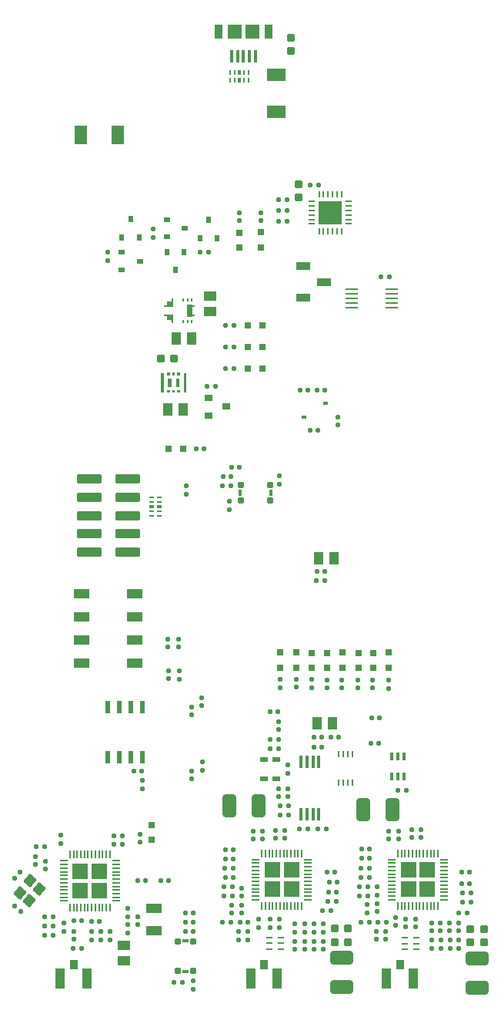
<source format=gtp>
G04*
G04 #@! TF.GenerationSoftware,Altium Limited,Altium Designer,20.1.11 (218)*
G04*
G04 Layer_Color=39423*
%FSLAX24Y24*%
%MOIN*%
G70*
G04*
G04 #@! TF.SameCoordinates,522EB564-B50E-41CF-8AB2-68DE8166EB9C*
G04*
G04*
G04 #@! TF.FilePolarity,Positive*
G04*
G01*
G75*
%ADD29R,0.0222X0.0142*%
%ADD30R,0.0142X0.0222*%
%ADD31R,0.0344X0.0610*%
%ADD32R,0.0689X0.0689*%
%ADD33R,0.0079X0.0118*%
G04:AMPARAMS|DCode=34|XSize=41.3mil|YSize=45.3mil|CornerRadius=3.3mil|HoleSize=0mil|Usage=FLASHONLY|Rotation=320.000|XOffset=0mil|YOffset=0mil|HoleType=Round|Shape=RoundedRectangle|*
%AMROUNDEDRECTD34*
21,1,0.0413,0.0386,0,0,320.0*
21,1,0.0346,0.0453,0,0,320.0*
1,1,0.0067,0.0009,-0.0259*
1,1,0.0067,-0.0257,-0.0036*
1,1,0.0067,-0.0009,0.0259*
1,1,0.0067,0.0257,0.0036*
%
%ADD34ROUNDEDRECTD34*%
G04:AMPARAMS|DCode=35|XSize=20mil|YSize=20mil|CornerRadius=6mil|HoleSize=0mil|Usage=FLASHONLY|Rotation=180.000|XOffset=0mil|YOffset=0mil|HoleType=Round|Shape=RoundedRectangle|*
%AMROUNDEDRECTD35*
21,1,0.0200,0.0080,0,0,180.0*
21,1,0.0080,0.0200,0,0,180.0*
1,1,0.0120,-0.0040,0.0040*
1,1,0.0120,0.0040,0.0040*
1,1,0.0120,0.0040,-0.0040*
1,1,0.0120,-0.0040,-0.0040*
%
%ADD35ROUNDEDRECTD35*%
G04:AMPARAMS|DCode=36|XSize=7.9mil|YSize=22.2mil|CornerRadius=1.2mil|HoleSize=0mil|Usage=FLASHONLY|Rotation=90.000|XOffset=0mil|YOffset=0mil|HoleType=Round|Shape=RoundedRectangle|*
%AMROUNDEDRECTD36*
21,1,0.0079,0.0199,0,0,90.0*
21,1,0.0055,0.0222,0,0,90.0*
1,1,0.0024,0.0099,0.0028*
1,1,0.0024,0.0099,-0.0028*
1,1,0.0024,-0.0099,-0.0028*
1,1,0.0024,-0.0099,0.0028*
%
%ADD36ROUNDEDRECTD36*%
G04:AMPARAMS|DCode=37|XSize=20mil|YSize=20mil|CornerRadius=6mil|HoleSize=0mil|Usage=FLASHONLY|Rotation=90.000|XOffset=0mil|YOffset=0mil|HoleType=Round|Shape=RoundedRectangle|*
%AMROUNDEDRECTD37*
21,1,0.0200,0.0080,0,0,90.0*
21,1,0.0080,0.0200,0,0,90.0*
1,1,0.0120,0.0040,0.0040*
1,1,0.0120,0.0040,-0.0040*
1,1,0.0120,-0.0040,-0.0040*
1,1,0.0120,-0.0040,0.0040*
%
%ADD37ROUNDEDRECTD37*%
G04:AMPARAMS|DCode=38|XSize=7.9mil|YSize=22.2mil|CornerRadius=1.2mil|HoleSize=0mil|Usage=FLASHONLY|Rotation=0.000|XOffset=0mil|YOffset=0mil|HoleType=Round|Shape=RoundedRectangle|*
%AMROUNDEDRECTD38*
21,1,0.0079,0.0199,0,0,0.0*
21,1,0.0055,0.0222,0,0,0.0*
1,1,0.0024,0.0028,-0.0099*
1,1,0.0024,-0.0028,-0.0099*
1,1,0.0024,-0.0028,0.0099*
1,1,0.0024,0.0028,0.0099*
%
%ADD38ROUNDEDRECTD38*%
G04:AMPARAMS|DCode=39|XSize=15.7mil|YSize=53.1mil|CornerRadius=3.9mil|HoleSize=0mil|Usage=FLASHONLY|Rotation=180.000|XOffset=0mil|YOffset=0mil|HoleType=Round|Shape=RoundedRectangle|*
%AMROUNDEDRECTD39*
21,1,0.0157,0.0453,0,0,180.0*
21,1,0.0079,0.0531,0,0,180.0*
1,1,0.0079,-0.0039,0.0226*
1,1,0.0079,0.0039,0.0226*
1,1,0.0079,0.0039,-0.0226*
1,1,0.0079,-0.0039,-0.0226*
%
%ADD39ROUNDEDRECTD39*%
%ADD40R,0.0591X0.0610*%
G04:AMPARAMS|DCode=41|XSize=5.9mil|YSize=31.5mil|CornerRadius=0mil|HoleSize=0mil|Usage=FLASHONLY|Rotation=180.000|XOffset=0mil|YOffset=0mil|HoleType=Round|Shape=RoundedRectangle|*
%AMROUNDEDRECTD41*
21,1,0.0059,0.0315,0,0,180.0*
21,1,0.0059,0.0315,0,0,180.0*
1,1,0.0000,-0.0030,0.0157*
1,1,0.0000,0.0030,0.0157*
1,1,0.0000,0.0030,-0.0157*
1,1,0.0000,-0.0030,-0.0157*
%
%ADD41ROUNDEDRECTD41*%
G04:AMPARAMS|DCode=42|XSize=5.9mil|YSize=31.5mil|CornerRadius=0mil|HoleSize=0mil|Usage=FLASHONLY|Rotation=90.000|XOffset=0mil|YOffset=0mil|HoleType=Round|Shape=RoundedRectangle|*
%AMROUNDEDRECTD42*
21,1,0.0059,0.0315,0,0,90.0*
21,1,0.0059,0.0315,0,0,90.0*
1,1,0.0000,0.0157,0.0030*
1,1,0.0000,0.0157,-0.0030*
1,1,0.0000,-0.0157,-0.0030*
1,1,0.0000,-0.0157,0.0030*
%
%ADD42ROUNDEDRECTD42*%
G04:AMPARAMS|DCode=43|XSize=55mil|YSize=43mil|CornerRadius=8mil|HoleSize=0mil|Usage=FLASHONLY|Rotation=180.000|XOffset=0mil|YOffset=0mil|HoleType=Round|Shape=RoundedRectangle|*
%AMROUNDEDRECTD43*
21,1,0.0550,0.0271,0,0,180.0*
21,1,0.0391,0.0430,0,0,180.0*
1,1,0.0159,-0.0195,0.0135*
1,1,0.0159,0.0195,0.0135*
1,1,0.0159,0.0195,-0.0135*
1,1,0.0159,-0.0195,-0.0135*
%
%ADD43ROUNDEDRECTD43*%
%ADD44R,0.0390X0.0850*%
%ADD45R,0.0370X0.0390*%
G04:AMPARAMS|DCode=46|XSize=39.4mil|YSize=108.3mil|CornerRadius=3.9mil|HoleSize=0mil|Usage=FLASHONLY|Rotation=270.000|XOffset=0mil|YOffset=0mil|HoleType=Round|Shape=RoundedRectangle|*
%AMROUNDEDRECTD46*
21,1,0.0394,0.1004,0,0,270.0*
21,1,0.0315,0.1083,0,0,270.0*
1,1,0.0079,-0.0502,-0.0157*
1,1,0.0079,-0.0502,0.0157*
1,1,0.0079,0.0502,0.0157*
1,1,0.0079,0.0502,-0.0157*
%
%ADD46ROUNDEDRECTD46*%
G04:AMPARAMS|DCode=47|XSize=35.4mil|YSize=6.7mil|CornerRadius=0mil|HoleSize=0mil|Usage=FLASHONLY|Rotation=0.000|XOffset=0mil|YOffset=0mil|HoleType=Round|Shape=RoundedRectangle|*
%AMROUNDEDRECTD47*
21,1,0.0354,0.0067,0,0,0.0*
21,1,0.0354,0.0067,0,0,0.0*
1,1,0.0000,0.0177,-0.0033*
1,1,0.0000,-0.0177,-0.0033*
1,1,0.0000,-0.0177,0.0033*
1,1,0.0000,0.0177,0.0033*
%
%ADD47ROUNDEDRECTD47*%
G04:AMPARAMS|DCode=48|XSize=35.4mil|YSize=6.7mil|CornerRadius=0mil|HoleSize=0mil|Usage=FLASHONLY|Rotation=90.000|XOffset=0mil|YOffset=0mil|HoleType=Round|Shape=RoundedRectangle|*
%AMROUNDEDRECTD48*
21,1,0.0354,0.0067,0,0,90.0*
21,1,0.0354,0.0067,0,0,90.0*
1,1,0.0000,0.0033,0.0177*
1,1,0.0000,0.0033,-0.0177*
1,1,0.0000,-0.0033,-0.0177*
1,1,0.0000,-0.0033,0.0177*
%
%ADD48ROUNDEDRECTD48*%
%ADD49R,0.0089X0.0118*%
%ADD50R,0.0039X0.0118*%
G04:AMPARAMS|DCode=51|XSize=55mil|YSize=43mil|CornerRadius=8mil|HoleSize=0mil|Usage=FLASHONLY|Rotation=270.000|XOffset=0mil|YOffset=0mil|HoleType=Round|Shape=RoundedRectangle|*
%AMROUNDEDRECTD51*
21,1,0.0550,0.0271,0,0,270.0*
21,1,0.0391,0.0430,0,0,270.0*
1,1,0.0159,-0.0135,-0.0195*
1,1,0.0159,-0.0135,0.0195*
1,1,0.0159,0.0135,0.0195*
1,1,0.0159,0.0135,-0.0195*
%
%ADD51ROUNDEDRECTD51*%
G04:AMPARAMS|DCode=52|XSize=38.2mil|YSize=68.1mil|CornerRadius=3mil|HoleSize=0mil|Usage=FLASHONLY|Rotation=270.000|XOffset=0mil|YOffset=0mil|HoleType=Round|Shape=RoundedRectangle|*
%AMROUNDEDRECTD52*
21,1,0.0382,0.0620,0,0,270.0*
21,1,0.0321,0.0681,0,0,270.0*
1,1,0.0061,-0.0310,-0.0161*
1,1,0.0061,-0.0310,0.0161*
1,1,0.0061,0.0310,0.0161*
1,1,0.0061,0.0310,-0.0161*
%
%ADD52ROUNDEDRECTD52*%
G04:AMPARAMS|DCode=53|XSize=23.6mil|YSize=25.6mil|CornerRadius=2.4mil|HoleSize=0mil|Usage=FLASHONLY|Rotation=270.000|XOffset=0mil|YOffset=0mil|HoleType=Round|Shape=RoundedRectangle|*
%AMROUNDEDRECTD53*
21,1,0.0236,0.0209,0,0,270.0*
21,1,0.0189,0.0256,0,0,270.0*
1,1,0.0047,-0.0104,-0.0094*
1,1,0.0047,-0.0104,0.0094*
1,1,0.0047,0.0104,0.0094*
1,1,0.0047,0.0104,-0.0094*
%
%ADD53ROUNDEDRECTD53*%
G04:AMPARAMS|DCode=54|XSize=27.6mil|YSize=13.8mil|CornerRadius=1.4mil|HoleSize=0mil|Usage=FLASHONLY|Rotation=90.000|XOffset=0mil|YOffset=0mil|HoleType=Round|Shape=RoundedRectangle|*
%AMROUNDEDRECTD54*
21,1,0.0276,0.0110,0,0,90.0*
21,1,0.0248,0.0138,0,0,90.0*
1,1,0.0028,0.0055,0.0124*
1,1,0.0028,0.0055,-0.0124*
1,1,0.0028,-0.0055,-0.0124*
1,1,0.0028,-0.0055,0.0124*
%
%ADD54ROUNDEDRECTD54*%
%ADD55R,0.0295X0.0295*%
G04:AMPARAMS|DCode=56|XSize=22.8mil|YSize=31.5mil|CornerRadius=0.3mil|HoleSize=0mil|Usage=FLASHONLY|Rotation=270.000|XOffset=0mil|YOffset=0mil|HoleType=Round|Shape=RoundedRectangle|*
%AMROUNDEDRECTD56*
21,1,0.0228,0.0310,0,0,270.0*
21,1,0.0223,0.0315,0,0,270.0*
1,1,0.0005,-0.0155,-0.0112*
1,1,0.0005,-0.0155,0.0112*
1,1,0.0005,0.0155,0.0112*
1,1,0.0005,0.0155,-0.0112*
%
%ADD56ROUNDEDRECTD56*%
G04:AMPARAMS|DCode=57|XSize=13.8mil|YSize=55.1mil|CornerRadius=0mil|HoleSize=0mil|Usage=FLASHONLY|Rotation=180.000|XOffset=0mil|YOffset=0mil|HoleType=Round|Shape=RoundedRectangle|*
%AMROUNDEDRECTD57*
21,1,0.0138,0.0551,0,0,180.0*
21,1,0.0138,0.0551,0,0,180.0*
1,1,0.0000,-0.0069,0.0276*
1,1,0.0000,0.0069,0.0276*
1,1,0.0000,0.0069,-0.0276*
1,1,0.0000,-0.0069,-0.0276*
%
%ADD57ROUNDEDRECTD57*%
%ADD58R,0.0984X0.0984*%
%ADD59R,0.0098X0.0256*%
%ADD60R,0.0256X0.0098*%
G04:AMPARAMS|DCode=61|XSize=20mil|YSize=20mil|CornerRadius=6mil|HoleSize=0mil|Usage=FLASHONLY|Rotation=140.000|XOffset=0mil|YOffset=0mil|HoleType=Round|Shape=RoundedRectangle|*
%AMROUNDEDRECTD61*
21,1,0.0200,0.0080,0,0,140.0*
21,1,0.0080,0.0200,0,0,140.0*
1,1,0.0120,-0.0005,0.0056*
1,1,0.0120,0.0056,0.0005*
1,1,0.0120,0.0005,-0.0056*
1,1,0.0120,-0.0056,-0.0005*
%
%ADD61ROUNDEDRECTD61*%
G04:AMPARAMS|DCode=62|XSize=35mil|YSize=34mil|CornerRadius=6mil|HoleSize=0mil|Usage=FLASHONLY|Rotation=180.000|XOffset=0mil|YOffset=0mil|HoleType=Round|Shape=RoundedRectangle|*
%AMROUNDEDRECTD62*
21,1,0.0350,0.0221,0,0,180.0*
21,1,0.0231,0.0340,0,0,180.0*
1,1,0.0119,-0.0116,0.0111*
1,1,0.0119,0.0116,0.0111*
1,1,0.0119,0.0116,-0.0111*
1,1,0.0119,-0.0116,-0.0111*
%
%ADD62ROUNDEDRECTD62*%
G04:AMPARAMS|DCode=63|XSize=98.4mil|YSize=59.1mil|CornerRadius=11.8mil|HoleSize=0mil|Usage=FLASHONLY|Rotation=180.000|XOffset=0mil|YOffset=0mil|HoleType=Round|Shape=RoundedRectangle|*
%AMROUNDEDRECTD63*
21,1,0.0984,0.0354,0,0,180.0*
21,1,0.0748,0.0591,0,0,180.0*
1,1,0.0236,-0.0374,0.0177*
1,1,0.0236,0.0374,0.0177*
1,1,0.0236,0.0374,-0.0177*
1,1,0.0236,-0.0374,-0.0177*
%
%ADD63ROUNDEDRECTD63*%
G04:AMPARAMS|DCode=64|XSize=21.7mil|YSize=55.1mil|CornerRadius=2.6mil|HoleSize=0mil|Usage=FLASHONLY|Rotation=0.000|XOffset=0mil|YOffset=0mil|HoleType=Round|Shape=RoundedRectangle|*
%AMROUNDEDRECTD64*
21,1,0.0217,0.0500,0,0,0.0*
21,1,0.0165,0.0551,0,0,0.0*
1,1,0.0051,0.0083,-0.0250*
1,1,0.0051,-0.0083,-0.0250*
1,1,0.0051,-0.0083,0.0250*
1,1,0.0051,0.0083,0.0250*
%
%ADD64ROUNDEDRECTD64*%
%ADD65R,0.0226X0.0138*%
%ADD66R,0.0295X0.0295*%
G04:AMPARAMS|DCode=67|XSize=68.9mil|YSize=37.4mil|CornerRadius=3mil|HoleSize=0mil|Usage=FLASHONLY|Rotation=0.000|XOffset=0mil|YOffset=0mil|HoleType=Round|Shape=RoundedRectangle|*
%AMROUNDEDRECTD67*
21,1,0.0689,0.0315,0,0,0.0*
21,1,0.0630,0.0374,0,0,0.0*
1,1,0.0059,0.0315,-0.0157*
1,1,0.0059,-0.0315,-0.0157*
1,1,0.0059,-0.0315,0.0157*
1,1,0.0059,0.0315,0.0157*
%
%ADD67ROUNDEDRECTD67*%
G04:AMPARAMS|DCode=68|XSize=27.6mil|YSize=13.8mil|CornerRadius=1.4mil|HoleSize=0mil|Usage=FLASHONLY|Rotation=0.000|XOffset=0mil|YOffset=0mil|HoleType=Round|Shape=RoundedRectangle|*
%AMROUNDEDRECTD68*
21,1,0.0276,0.0110,0,0,0.0*
21,1,0.0248,0.0138,0,0,0.0*
1,1,0.0028,0.0124,-0.0055*
1,1,0.0028,-0.0124,-0.0055*
1,1,0.0028,-0.0124,0.0055*
1,1,0.0028,0.0124,0.0055*
%
%ADD68ROUNDEDRECTD68*%
G04:AMPARAMS|DCode=69|XSize=23.6mil|YSize=25.6mil|CornerRadius=2.4mil|HoleSize=0mil|Usage=FLASHONLY|Rotation=0.000|XOffset=0mil|YOffset=0mil|HoleType=Round|Shape=RoundedRectangle|*
%AMROUNDEDRECTD69*
21,1,0.0236,0.0209,0,0,0.0*
21,1,0.0189,0.0256,0,0,0.0*
1,1,0.0047,0.0094,-0.0104*
1,1,0.0047,-0.0094,-0.0104*
1,1,0.0047,-0.0094,0.0104*
1,1,0.0047,0.0094,0.0104*
%
%ADD69ROUNDEDRECTD69*%
G04:AMPARAMS|DCode=70|XSize=7.9mil|YSize=27.6mil|CornerRadius=0mil|HoleSize=0mil|Usage=FLASHONLY|Rotation=180.000|XOffset=0mil|YOffset=0mil|HoleType=Round|Shape=RoundedRectangle|*
%AMROUNDEDRECTD70*
21,1,0.0079,0.0276,0,0,180.0*
21,1,0.0079,0.0276,0,0,180.0*
1,1,0.0000,-0.0039,0.0138*
1,1,0.0000,0.0039,0.0138*
1,1,0.0000,0.0039,-0.0138*
1,1,0.0000,-0.0039,-0.0138*
%
%ADD70ROUNDEDRECTD70*%
G04:AMPARAMS|DCode=71|XSize=98.4mil|YSize=59.1mil|CornerRadius=11.8mil|HoleSize=0mil|Usage=FLASHONLY|Rotation=90.000|XOffset=0mil|YOffset=0mil|HoleType=Round|Shape=RoundedRectangle|*
%AMROUNDEDRECTD71*
21,1,0.0984,0.0354,0,0,90.0*
21,1,0.0748,0.0591,0,0,90.0*
1,1,0.0236,0.0177,0.0374*
1,1,0.0236,0.0177,-0.0374*
1,1,0.0236,-0.0177,-0.0374*
1,1,0.0236,-0.0177,0.0374*
%
%ADD71ROUNDEDRECTD71*%
G04:AMPARAMS|DCode=72|XSize=13.8mil|YSize=33.5mil|CornerRadius=0mil|HoleSize=0mil|Usage=FLASHONLY|Rotation=0.000|XOffset=0mil|YOffset=0mil|HoleType=Round|Shape=RoundedRectangle|*
%AMROUNDEDRECTD72*
21,1,0.0138,0.0335,0,0,0.0*
21,1,0.0138,0.0335,0,0,0.0*
1,1,0.0000,0.0069,-0.0167*
1,1,0.0000,-0.0069,-0.0167*
1,1,0.0000,-0.0069,0.0167*
1,1,0.0000,0.0069,0.0167*
%
%ADD72ROUNDEDRECTD72*%
G04:AMPARAMS|DCode=73|XSize=29.5mil|YSize=9.8mil|CornerRadius=0.2mil|HoleSize=0mil|Usage=FLASHONLY|Rotation=180.000|XOffset=0mil|YOffset=0mil|HoleType=Round|Shape=RoundedRectangle|*
%AMROUNDEDRECTD73*
21,1,0.0295,0.0094,0,0,180.0*
21,1,0.0291,0.0098,0,0,180.0*
1,1,0.0004,-0.0146,0.0047*
1,1,0.0004,0.0146,0.0047*
1,1,0.0004,0.0146,-0.0047*
1,1,0.0004,-0.0146,-0.0047*
%
%ADD73ROUNDEDRECTD73*%
%ADD74R,0.0217X0.0256*%
%ADD75R,0.0335X0.0295*%
%ADD76R,0.0839X0.0579*%
G04:AMPARAMS|DCode=77|XSize=9.8mil|YSize=55.1mil|CornerRadius=0.8mil|HoleSize=0mil|Usage=FLASHONLY|Rotation=90.000|XOffset=0mil|YOffset=0mil|HoleType=Round|Shape=RoundedRectangle|*
%AMROUNDEDRECTD77*
21,1,0.0098,0.0535,0,0,90.0*
21,1,0.0083,0.0551,0,0,90.0*
1,1,0.0016,0.0268,0.0041*
1,1,0.0016,0.0268,-0.0041*
1,1,0.0016,-0.0268,-0.0041*
1,1,0.0016,-0.0268,0.0041*
%
%ADD77ROUNDEDRECTD77*%
G04:AMPARAMS|DCode=78|XSize=35mil|YSize=34mil|CornerRadius=6mil|HoleSize=0mil|Usage=FLASHONLY|Rotation=270.000|XOffset=0mil|YOffset=0mil|HoleType=Round|Shape=RoundedRectangle|*
%AMROUNDEDRECTD78*
21,1,0.0350,0.0221,0,0,270.0*
21,1,0.0231,0.0340,0,0,270.0*
1,1,0.0119,-0.0111,-0.0116*
1,1,0.0119,-0.0111,0.0116*
1,1,0.0119,0.0111,0.0116*
1,1,0.0119,0.0111,-0.0116*
%
%ADD78ROUNDEDRECTD78*%
G04:AMPARAMS|DCode=79|XSize=20mil|YSize=20mil|CornerRadius=6mil|HoleSize=0mil|Usage=FLASHONLY|Rotation=50.000|XOffset=0mil|YOffset=0mil|HoleType=Round|Shape=RoundedRectangle|*
%AMROUNDEDRECTD79*
21,1,0.0200,0.0080,0,0,50.0*
21,1,0.0080,0.0200,0,0,50.0*
1,1,0.0120,0.0056,0.0005*
1,1,0.0120,0.0005,-0.0056*
1,1,0.0120,-0.0056,-0.0005*
1,1,0.0120,-0.0005,0.0056*
%
%ADD79ROUNDEDRECTD79*%
%ADD80R,0.0610X0.0374*%
%ADD81R,0.0200X0.0265*%
%ADD82R,0.0265X0.0200*%
%ADD83R,0.0256X0.0217*%
%ADD84R,0.0579X0.0839*%
G36*
X10758Y29993D02*
Y29989D01*
X10755Y29982D01*
X10749Y29976D01*
X10742Y29973D01*
X10738D01*
X10354Y29973D01*
Y30042D01*
X10452D01*
X10456Y30043D01*
X10463Y30046D01*
X10469Y30051D01*
X10472Y30058D01*
X10472Y30062D01*
X10472Y30062D01*
X10472Y30220D01*
X10659D01*
X10663Y30220D01*
X10670Y30223D01*
X10675Y30228D01*
X10678Y30235D01*
X10679Y30239D01*
X10679Y30239D01*
X10679Y30338D01*
X10758D01*
X10758Y29993D01*
D02*
G37*
G36*
X11575Y30062D02*
X11575Y30058D01*
X11578Y30051D01*
X11583Y30046D01*
X11591Y30043D01*
X11594Y30042D01*
X11693D01*
Y29964D01*
X11594D01*
X11591Y29963D01*
X11583Y29960D01*
X11578Y29955D01*
X11575Y29948D01*
X11575Y29944D01*
Y29668D01*
X11575Y29664D01*
X11578Y29657D01*
X11583Y29652D01*
X11591Y29649D01*
X11594Y29649D01*
X11693D01*
Y29570D01*
X11594D01*
X11594Y29570D01*
X11591Y29570D01*
X11583Y29567D01*
X11578Y29561D01*
X11575Y29554D01*
X11575Y29550D01*
X11575Y29531D01*
X11339D01*
X11339Y30082D01*
X11575D01*
Y30062D01*
D02*
G37*
G36*
X10749Y29636D02*
X10755Y29631D01*
X10758Y29623D01*
Y29619D01*
X10758Y29275D01*
X10679D01*
X10679Y29373D01*
X10679Y29373D01*
X10678Y29377D01*
X10675Y29384D01*
X10670Y29390D01*
X10663Y29392D01*
X10659Y29393D01*
X10472Y29393D01*
X10472Y29550D01*
X10472Y29551D01*
X10472Y29554D01*
X10469Y29561D01*
X10463Y29567D01*
X10456Y29570D01*
X10452Y29570D01*
X10354Y29570D01*
Y29639D01*
X10738Y29639D01*
X10742D01*
X10749Y29636D01*
D02*
G37*
G36*
X10829Y27008D02*
X10711D01*
Y27126D01*
X10829D01*
Y27008D01*
D02*
G37*
G36*
X10613Y27008D02*
X10495D01*
Y27126D01*
X10613D01*
Y27008D01*
D02*
G37*
G36*
X11046Y27008D02*
X10928D01*
Y27126D01*
X11046D01*
Y27008D01*
D02*
G37*
G36*
X10672Y26516D02*
X10514D01*
Y26870D01*
X10672D01*
Y26516D01*
D02*
G37*
G36*
X11026Y26516D02*
X10869D01*
Y26870D01*
X11026D01*
Y26516D01*
D02*
G37*
G36*
X11331Y26289D02*
X11203D01*
Y27096D01*
X11331D01*
Y26289D01*
D02*
G37*
G36*
X10337D02*
X10209D01*
Y27096D01*
X10337D01*
Y26289D01*
D02*
G37*
G36*
X10613Y26260D02*
X10495D01*
Y26378D01*
X10613D01*
Y26260D01*
D02*
G37*
G36*
X11046Y26260D02*
X10928D01*
Y26378D01*
X11046D01*
Y26260D01*
D02*
G37*
G36*
X10829Y26260D02*
X10711D01*
Y26378D01*
X10829D01*
Y26260D01*
D02*
G37*
D29*
X10151Y21348D02*
D03*
X9823D02*
D03*
D30*
X13627Y39775D02*
D03*
Y40103D02*
D03*
D31*
X12721Y41886D02*
D03*
X14876D02*
D03*
D32*
X7559Y5571D02*
D03*
Y4744D02*
D03*
X6732D02*
D03*
Y5571D02*
D03*
X15872Y4802D02*
D03*
X15045D02*
D03*
Y5629D02*
D03*
X15872D02*
D03*
X21763D02*
D03*
X20936D02*
D03*
Y4802D02*
D03*
X21763D02*
D03*
D33*
X11378Y29334D02*
D03*
Y30279D02*
D03*
D34*
X4105Y4646D02*
D03*
X4528Y4291D02*
D03*
X4536Y5158D02*
D03*
X4958Y4804D02*
D03*
D35*
X20823Y3163D02*
D03*
Y3513D02*
D03*
X21240Y3162D02*
D03*
Y3512D02*
D03*
X8022Y2960D02*
D03*
Y2610D02*
D03*
X7214Y2615D02*
D03*
Y2965D02*
D03*
X7618Y2960D02*
D03*
Y2610D02*
D03*
X5186Y3214D02*
D03*
X10976Y15259D02*
D03*
Y15609D02*
D03*
X10519Y15262D02*
D03*
Y15612D02*
D03*
X11010Y13883D02*
D03*
Y14233D02*
D03*
X11540Y12338D02*
D03*
Y12688D02*
D03*
X10557Y13892D02*
D03*
Y14242D02*
D03*
X11994Y13078D02*
D03*
Y12728D02*
D03*
X11567Y9563D02*
D03*
Y9913D02*
D03*
X15592Y7344D02*
D03*
Y6994D02*
D03*
X15183D02*
D03*
Y7344D02*
D03*
X14205Y7308D02*
D03*
Y6958D02*
D03*
X14615D02*
D03*
Y7308D02*
D03*
X15312Y8791D02*
D03*
Y9141D02*
D03*
X11320Y21881D02*
D03*
Y22231D02*
D03*
X12018Y9941D02*
D03*
Y10292D02*
D03*
X15350Y22658D02*
D03*
Y22308D02*
D03*
X13180Y21216D02*
D03*
Y21565D02*
D03*
X17869Y25222D02*
D03*
Y24872D02*
D03*
X15379Y13518D02*
D03*
Y13868D02*
D03*
X20506Y6958D02*
D03*
Y7308D02*
D03*
X16842Y2951D02*
D03*
Y3301D02*
D03*
X16437Y2554D02*
D03*
Y2204D02*
D03*
X17249Y2207D02*
D03*
Y2557D02*
D03*
X16028Y2204D02*
D03*
Y2554D02*
D03*
Y3299D02*
D03*
Y2949D02*
D03*
X16842Y2552D02*
D03*
Y2202D02*
D03*
X9407Y9154D02*
D03*
Y9504D02*
D03*
X9331Y7183D02*
D03*
Y6833D02*
D03*
X6031Y3336D02*
D03*
Y2986D02*
D03*
X5876Y6781D02*
D03*
Y7132D02*
D03*
X5205Y6013D02*
D03*
Y5663D02*
D03*
X8768Y3618D02*
D03*
Y3968D02*
D03*
X9201Y3268D02*
D03*
Y3618D02*
D03*
X8768Y2918D02*
D03*
Y3268D02*
D03*
X11631Y831D02*
D03*
Y481D02*
D03*
X20072Y13839D02*
D03*
Y13489D02*
D03*
X19393Y13848D02*
D03*
Y13498D02*
D03*
X18744Y13848D02*
D03*
Y13498D02*
D03*
X18055Y13856D02*
D03*
Y13506D02*
D03*
X17407Y13506D02*
D03*
Y13856D02*
D03*
X16740Y13863D02*
D03*
Y13513D02*
D03*
X16078Y13877D02*
D03*
Y13527D02*
D03*
X15307Y11705D02*
D03*
Y12055D02*
D03*
X15722Y10171D02*
D03*
Y9821D02*
D03*
Y8791D02*
D03*
Y9141D02*
D03*
X19154Y3774D02*
D03*
Y4124D02*
D03*
X19568Y3824D02*
D03*
Y4174D02*
D03*
Y4557D02*
D03*
Y4907D02*
D03*
X19560Y2985D02*
D03*
Y2635D02*
D03*
X19962Y2985D02*
D03*
Y2635D02*
D03*
X20373Y3235D02*
D03*
Y3585D02*
D03*
X21945Y2999D02*
D03*
Y3349D02*
D03*
X23131Y2245D02*
D03*
Y2595D02*
D03*
X22736D02*
D03*
Y2245D02*
D03*
X22335D02*
D03*
Y2595D02*
D03*
X21947D02*
D03*
Y2245D02*
D03*
X22332Y3347D02*
D03*
Y2997D02*
D03*
X22733Y3349D02*
D03*
Y2999D02*
D03*
X23128Y2995D02*
D03*
Y3345D02*
D03*
X21479Y7385D02*
D03*
Y7035D02*
D03*
X21070Y7383D02*
D03*
Y7033D02*
D03*
X20096Y7308D02*
D03*
Y6958D02*
D03*
X17251Y2954D02*
D03*
Y3304D02*
D03*
X16435Y3303D02*
D03*
Y2953D02*
D03*
X13706Y4855D02*
D03*
Y4505D02*
D03*
X14946Y3501D02*
D03*
Y3151D02*
D03*
X13987Y2966D02*
D03*
Y2616D02*
D03*
X13586Y2971D02*
D03*
Y2621D02*
D03*
X13298Y3765D02*
D03*
Y4115D02*
D03*
X13629Y34045D02*
D03*
Y33695D02*
D03*
X14550Y34045D02*
D03*
Y33695D02*
D03*
X4789Y6213D02*
D03*
Y5863D02*
D03*
X13706Y4122D02*
D03*
Y3772D02*
D03*
X6438Y2985D02*
D03*
Y2635D02*
D03*
X9875Y32984D02*
D03*
Y33334D02*
D03*
X7931Y32328D02*
D03*
Y31978D02*
D03*
X15348Y3501D02*
D03*
Y3151D02*
D03*
X14466Y3493D02*
D03*
Y3143D02*
D03*
D36*
X9823Y21742D02*
D03*
Y21545D02*
D03*
Y21152D02*
D03*
Y20955D02*
D03*
X10152Y21742D02*
D03*
Y21545D02*
D03*
Y21152D02*
D03*
Y20955D02*
D03*
D37*
X23644Y4244D02*
D03*
X23294D02*
D03*
X11281Y3771D02*
D03*
X11631D02*
D03*
X10216Y5188D02*
D03*
X10566D02*
D03*
X5186Y2809D02*
D03*
X5536D02*
D03*
Y3620D02*
D03*
X5186D02*
D03*
X5536Y3214D02*
D03*
X13248Y22244D02*
D03*
X12898D02*
D03*
X12902Y22645D02*
D03*
X13252D02*
D03*
X13619Y23036D02*
D03*
X13269D02*
D03*
X11738Y23839D02*
D03*
X12088D02*
D03*
X17315Y18135D02*
D03*
X16965D02*
D03*
X17323Y18530D02*
D03*
X16973D02*
D03*
X8200Y6730D02*
D03*
X8550D02*
D03*
X9399Y9910D02*
D03*
X9049D02*
D03*
X4822Y6631D02*
D03*
X5172D02*
D03*
X17324Y26377D02*
D03*
X16974D02*
D03*
X16235D02*
D03*
X16585D02*
D03*
X16681Y24625D02*
D03*
X17031D02*
D03*
X16695Y35236D02*
D03*
X17045D02*
D03*
X11137Y765D02*
D03*
X10787D02*
D03*
X8200Y7115D02*
D03*
X8550D02*
D03*
X7214Y3418D02*
D03*
X7564D02*
D03*
X19174Y4518D02*
D03*
X18824D02*
D03*
Y4920D02*
D03*
X19174D02*
D03*
X18900Y5323D02*
D03*
X19250D02*
D03*
X18900Y5722D02*
D03*
X19250D02*
D03*
X18907Y6129D02*
D03*
X19257D02*
D03*
X19262Y6545D02*
D03*
X18912D02*
D03*
X19341Y12215D02*
D03*
X19691D02*
D03*
X19315Y11118D02*
D03*
X19665D02*
D03*
X17577Y11385D02*
D03*
X17927D02*
D03*
X17189Y10957D02*
D03*
X16839D02*
D03*
X17189Y11385D02*
D03*
X16839D02*
D03*
X14938Y12461D02*
D03*
X15288D02*
D03*
X14957Y11290D02*
D03*
X15307D02*
D03*
X14957Y10875D02*
D03*
X15307D02*
D03*
X15397Y8399D02*
D03*
X15747D02*
D03*
X15394Y7992D02*
D03*
X15744D02*
D03*
X16573Y7421D02*
D03*
X16223D02*
D03*
X19974Y3383D02*
D03*
X19624D02*
D03*
X19242D02*
D03*
X18892D02*
D03*
X23474Y3779D02*
D03*
X23124D02*
D03*
X23634Y4644D02*
D03*
X23284D02*
D03*
X23595Y5048D02*
D03*
X23245D02*
D03*
X23600Y5529D02*
D03*
X23250D02*
D03*
X20836Y9058D02*
D03*
X20486D02*
D03*
X17380Y7421D02*
D03*
X17030D02*
D03*
X17867Y5117D02*
D03*
X17517D02*
D03*
X17753Y5528D02*
D03*
X17403D02*
D03*
X17824Y4688D02*
D03*
X17474D02*
D03*
X17801Y4278D02*
D03*
X17451D02*
D03*
X17572Y3884D02*
D03*
X17222D02*
D03*
X11631Y3367D02*
D03*
X11281D02*
D03*
X13985Y3365D02*
D03*
X13635D02*
D03*
X12892D02*
D03*
X13242D02*
D03*
X12954Y4517D02*
D03*
X13304D02*
D03*
X12954Y4906D02*
D03*
X13304D02*
D03*
X13354Y5306D02*
D03*
X13004D02*
D03*
X12997Y5699D02*
D03*
X13348D02*
D03*
X13354Y6504D02*
D03*
X13004D02*
D03*
X12228Y26546D02*
D03*
X12578D02*
D03*
X13032Y27316D02*
D03*
X13382D02*
D03*
X13032Y28245D02*
D03*
X13382D02*
D03*
Y29173D02*
D03*
X13032D02*
D03*
X19758Y31269D02*
D03*
X20108D02*
D03*
X15332Y34146D02*
D03*
X15682D02*
D03*
X15331Y33682D02*
D03*
X15681D02*
D03*
X13002Y6102D02*
D03*
X13352D02*
D03*
X9205Y5188D02*
D03*
X9555D02*
D03*
X6795Y3428D02*
D03*
X6445D02*
D03*
X6780Y2243D02*
D03*
X6430D02*
D03*
X11631Y2970D02*
D03*
X11281D02*
D03*
X11926Y32347D02*
D03*
X12276D02*
D03*
X15682Y34604D02*
D03*
X15332D02*
D03*
D38*
X14020Y40103D02*
D03*
X13824D02*
D03*
X13430D02*
D03*
X13233D02*
D03*
X14020Y39774D02*
D03*
X13824D02*
D03*
X13430D02*
D03*
X13233D02*
D03*
D39*
X14311Y40823D02*
D03*
X14055D02*
D03*
X13799D02*
D03*
X13543D02*
D03*
X13287D02*
D03*
D40*
X13405Y41886D02*
D03*
X14192D02*
D03*
D41*
X6280Y4016D02*
D03*
X6437D02*
D03*
X6594D02*
D03*
X6752D02*
D03*
X6909D02*
D03*
X7067D02*
D03*
X7224D02*
D03*
X7382D02*
D03*
X7539D02*
D03*
X7697D02*
D03*
X7854D02*
D03*
X8012D02*
D03*
Y6299D02*
D03*
X7854D02*
D03*
X7697D02*
D03*
X7539D02*
D03*
X7382D02*
D03*
X7224D02*
D03*
X7067D02*
D03*
X6909D02*
D03*
X6752D02*
D03*
X6594D02*
D03*
X6437D02*
D03*
X6280D02*
D03*
D42*
X8287Y4291D02*
D03*
Y4449D02*
D03*
Y4606D02*
D03*
Y4764D02*
D03*
Y4921D02*
D03*
Y5079D02*
D03*
Y5236D02*
D03*
Y5394D02*
D03*
Y5551D02*
D03*
Y5709D02*
D03*
Y5866D02*
D03*
Y6024D02*
D03*
X6004D02*
D03*
Y5866D02*
D03*
Y5709D02*
D03*
Y5551D02*
D03*
Y5394D02*
D03*
Y5236D02*
D03*
Y5079D02*
D03*
Y4921D02*
D03*
Y4764D02*
D03*
Y4606D02*
D03*
Y4449D02*
D03*
Y4291D02*
D03*
D43*
X8602Y2363D02*
D03*
Y1693D02*
D03*
X12356Y29759D02*
D03*
Y30429D02*
D03*
D44*
X5867Y948D02*
D03*
X7027D02*
D03*
X21149Y942D02*
D03*
X19989D02*
D03*
X15265Y948D02*
D03*
X14105D02*
D03*
D45*
X6447Y1543D02*
D03*
X20569Y1537D02*
D03*
X14685Y1543D02*
D03*
D46*
X7106Y19380D02*
D03*
Y20168D02*
D03*
Y20955D02*
D03*
Y22530D02*
D03*
Y21743D02*
D03*
X8783Y22530D02*
D03*
Y21743D02*
D03*
Y20955D02*
D03*
Y19380D02*
D03*
Y20168D02*
D03*
D47*
X14317Y6081D02*
D03*
Y5924D02*
D03*
Y5766D02*
D03*
Y5609D02*
D03*
Y5451D02*
D03*
Y5294D02*
D03*
Y5137D02*
D03*
Y4979D02*
D03*
Y4822D02*
D03*
Y4664D02*
D03*
Y4507D02*
D03*
Y4349D02*
D03*
X16600D02*
D03*
Y4507D02*
D03*
Y4664D02*
D03*
Y4822D02*
D03*
Y4979D02*
D03*
Y5137D02*
D03*
Y5294D02*
D03*
Y5451D02*
D03*
Y5609D02*
D03*
Y5766D02*
D03*
Y5924D02*
D03*
Y6081D02*
D03*
X22491D02*
D03*
Y5924D02*
D03*
Y5766D02*
D03*
Y5609D02*
D03*
Y5451D02*
D03*
Y5294D02*
D03*
Y5137D02*
D03*
Y4979D02*
D03*
Y4822D02*
D03*
Y4664D02*
D03*
Y4507D02*
D03*
Y4349D02*
D03*
X20208D02*
D03*
Y4507D02*
D03*
Y4664D02*
D03*
Y4822D02*
D03*
Y4979D02*
D03*
Y5137D02*
D03*
Y5294D02*
D03*
Y5451D02*
D03*
Y5609D02*
D03*
Y5766D02*
D03*
Y5924D02*
D03*
Y6081D02*
D03*
D48*
X14592Y4074D02*
D03*
X14750D02*
D03*
X14907D02*
D03*
X15065D02*
D03*
X15222D02*
D03*
X15380D02*
D03*
X15537D02*
D03*
X15695D02*
D03*
X15852D02*
D03*
X16010D02*
D03*
X16167D02*
D03*
X16325D02*
D03*
Y6357D02*
D03*
X16167D02*
D03*
X16010D02*
D03*
X15852D02*
D03*
X15695D02*
D03*
X15537D02*
D03*
X15380D02*
D03*
X15222D02*
D03*
X15065D02*
D03*
X14907D02*
D03*
X14750D02*
D03*
X14592D02*
D03*
X20483D02*
D03*
X20641D02*
D03*
X20798D02*
D03*
X20956D02*
D03*
X21113D02*
D03*
X21271D02*
D03*
X21428D02*
D03*
X21586D02*
D03*
X21743D02*
D03*
X21901D02*
D03*
X22058D02*
D03*
X22216D02*
D03*
Y4074D02*
D03*
X22058D02*
D03*
X21901D02*
D03*
X21743D02*
D03*
X21586D02*
D03*
X21428D02*
D03*
X21271D02*
D03*
X21113D02*
D03*
X20956D02*
D03*
X20798D02*
D03*
X20641D02*
D03*
X20483D02*
D03*
D49*
X11560Y29334D02*
D03*
X11196Y30279D02*
D03*
X11560D02*
D03*
X11196Y29334D02*
D03*
D50*
X11378D02*
D03*
X11378Y30279D02*
D03*
D51*
X11554Y28592D02*
D03*
X10884D02*
D03*
X10511Y25541D02*
D03*
X11181D02*
D03*
X17056Y19106D02*
D03*
X17726D02*
D03*
X17665Y11988D02*
D03*
X16995D02*
D03*
D52*
X6798Y14569D02*
D03*
Y15569D02*
D03*
X9090Y17560D02*
D03*
Y16560D02*
D03*
X6798D02*
D03*
Y17560D02*
D03*
X9090Y15569D02*
D03*
X9090Y14569D02*
D03*
D53*
X13696Y21602D02*
D03*
X14936D02*
D03*
Y22272D02*
D03*
X13696D02*
D03*
D54*
X14995Y21937D02*
D03*
X13637D02*
D03*
D55*
X11188Y23852D02*
D03*
X10538D02*
D03*
X14633Y27316D02*
D03*
X13984D02*
D03*
X14633Y28245D02*
D03*
X13984D02*
D03*
X14633Y29173D02*
D03*
X13984D02*
D03*
D56*
X15226Y10405D02*
D03*
Y9586D02*
D03*
X14675D02*
D03*
Y10405D02*
D03*
D57*
X16801Y8031D02*
D03*
X16289D02*
D03*
X16545D02*
D03*
X17057D02*
D03*
X16289Y10315D02*
D03*
X16545D02*
D03*
X16801D02*
D03*
X17057D02*
D03*
D58*
X17562Y34053D02*
D03*
D59*
X17069Y34850D02*
D03*
X17266D02*
D03*
X17463D02*
D03*
X17660D02*
D03*
X17857D02*
D03*
X18054D02*
D03*
X17069Y33256D02*
D03*
X17266D02*
D03*
X17463D02*
D03*
X17660D02*
D03*
X17857D02*
D03*
X18054D02*
D03*
D60*
X16764Y34545D02*
D03*
Y34348D02*
D03*
Y34151D02*
D03*
X18359D02*
D03*
Y34348D02*
D03*
Y34545D02*
D03*
X16764Y33954D02*
D03*
Y33757D02*
D03*
Y33561D02*
D03*
X18359D02*
D03*
Y33757D02*
D03*
Y33954D02*
D03*
D61*
X3884Y5279D02*
D03*
X4109Y5547D02*
D03*
D62*
X18333Y3093D02*
D03*
X17743D02*
D03*
X18330Y2517D02*
D03*
X17740D02*
D03*
X23615Y2498D02*
D03*
X24205D02*
D03*
X23618Y3081D02*
D03*
X24208D02*
D03*
X10797Y27736D02*
D03*
X10207D02*
D03*
D63*
X18056Y566D02*
D03*
Y1826D02*
D03*
X23933Y1811D02*
D03*
Y551D02*
D03*
D64*
X7907Y10520D02*
D03*
X8407D02*
D03*
X8907D02*
D03*
X9407D02*
D03*
X7907Y12666D02*
D03*
X8407D02*
D03*
X8907D02*
D03*
X9407D02*
D03*
D65*
X16420Y25222D02*
D03*
X17336Y25813D02*
D03*
D66*
X9813Y6939D02*
D03*
Y7589D02*
D03*
X20098Y15026D02*
D03*
Y14376D02*
D03*
X19418Y14372D02*
D03*
Y15022D02*
D03*
X18770Y14372D02*
D03*
Y15022D02*
D03*
X18080Y14380D02*
D03*
Y15029D02*
D03*
X17407Y14372D02*
D03*
Y15022D02*
D03*
X16740Y14372D02*
D03*
Y15022D02*
D03*
X16078Y14380D02*
D03*
Y15029D02*
D03*
X15379Y14376D02*
D03*
Y15026D02*
D03*
X13629Y32532D02*
D03*
Y33181D02*
D03*
X14550Y32545D02*
D03*
Y33195D02*
D03*
D67*
X9902Y2992D02*
D03*
Y3976D02*
D03*
D68*
X11280Y2589D02*
D03*
Y1230D02*
D03*
D69*
X11614Y2530D02*
D03*
Y1289D02*
D03*
X10945D02*
D03*
Y2530D02*
D03*
D70*
X17917Y9416D02*
D03*
X18114D02*
D03*
X18311D02*
D03*
X18507D02*
D03*
X17917Y10637D02*
D03*
X18114D02*
D03*
X18311D02*
D03*
X18507D02*
D03*
D71*
X14458Y8400D02*
D03*
X13198D02*
D03*
X20256Y8242D02*
D03*
X18996D02*
D03*
D72*
X20744Y9677D02*
D03*
X20488D02*
D03*
X20232D02*
D03*
Y10543D02*
D03*
X20488D02*
D03*
X20744D02*
D03*
D73*
X15415Y2210D02*
D03*
Y2466D02*
D03*
Y2721D02*
D03*
X14904D02*
D03*
Y2466D02*
D03*
Y2210D02*
D03*
X20775Y2201D02*
D03*
Y2457D02*
D03*
Y2713D02*
D03*
X21287D02*
D03*
Y2457D02*
D03*
Y2201D02*
D03*
D74*
X12290Y33724D02*
D03*
X12664Y32936D02*
D03*
X11916D02*
D03*
D75*
X13061Y25660D02*
D03*
X12273Y25286D02*
D03*
Y26034D02*
D03*
D76*
X15211Y38408D02*
D03*
Y40008D02*
D03*
D77*
X18487Y30730D02*
D03*
Y30337D02*
D03*
Y29943D02*
D03*
X20219Y30730D02*
D03*
Y30533D02*
D03*
Y30140D02*
D03*
X18487D02*
D03*
X20219Y30337D02*
D03*
X18487Y30533D02*
D03*
X20219Y29943D02*
D03*
D78*
X16192Y35286D02*
D03*
Y34696D02*
D03*
X15846Y41030D02*
D03*
Y41620D02*
D03*
D79*
X3892Y4069D02*
D03*
X4160Y3844D02*
D03*
D80*
X16381Y31742D02*
D03*
X17286Y31053D02*
D03*
X16381Y30364D02*
D03*
D81*
X10848Y31572D02*
D03*
X10474Y32347D02*
D03*
X11222D02*
D03*
X8901Y33759D02*
D03*
X9275Y32984D02*
D03*
X8527D02*
D03*
D82*
X11249Y33374D02*
D03*
X10474Y33000D02*
D03*
Y33748D02*
D03*
D83*
X8527Y32328D02*
D03*
Y31580D02*
D03*
X9315Y31954D02*
D03*
D84*
X8360Y37420D02*
D03*
X6760D02*
D03*
M02*

</source>
